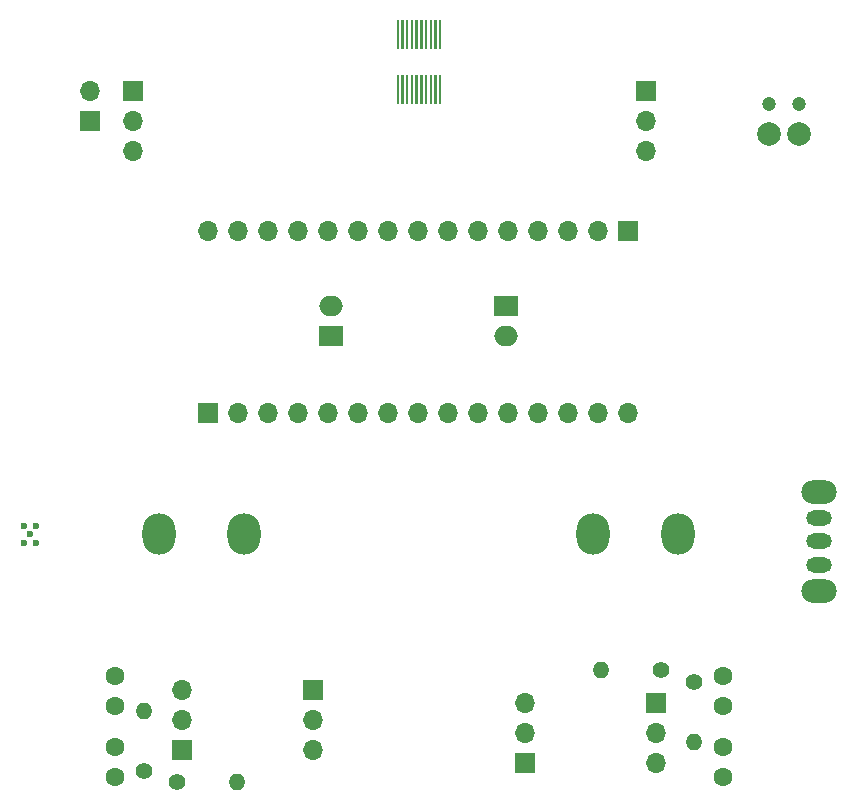
<source format=gts>
G04 #@! TF.GenerationSoftware,KiCad,Pcbnew,(5.0.0)*
G04 #@! TF.CreationDate,2019-08-04T00:31:06+09:00*
G04 #@! TF.ProjectId,MiniRoverShield,4D696E69526F766572536869656C642E,rev?*
G04 #@! TF.SameCoordinates,Original*
G04 #@! TF.FileFunction,Soldermask,Top*
G04 #@! TF.FilePolarity,Negative*
%FSLAX46Y46*%
G04 Gerber Fmt 4.6, Leading zero omitted, Abs format (unit mm)*
G04 Created by KiCad (PCBNEW (5.0.0)) date 08/04/19 00:31:06*
%MOMM*%
%LPD*%
G01*
G04 APERTURE LIST*
%ADD10C,1.600000*%
%ADD11R,1.700000X1.700000*%
%ADD12O,1.700000X1.700000*%
%ADD13O,1.400000X1.400000*%
%ADD14C,1.400000*%
%ADD15O,2.000000X1.700000*%
%ADD16R,2.000000X1.700000*%
%ADD17C,0.600000*%
%ADD18C,2.000000*%
%ADD19C,1.200000*%
%ADD20C,0.200000*%
%ADD21C,0.100000*%
%ADD22O,2.800000X3.500000*%
%ADD23O,3.000000X2.000000*%
%ADD24O,2.200000X1.300000*%
G04 APERTURE END LIST*
D10*
G04 #@! TO.C,Q4*
X103850000Y-111470000D03*
X103850000Y-108930000D03*
G04 #@! TD*
G04 #@! TO.C,D4*
X103850000Y-102930000D03*
X103850000Y-105470000D03*
G04 #@! TD*
D11*
G04 #@! TO.C,J6*
X98200000Y-105190000D03*
D12*
X98200000Y-107730000D03*
X98200000Y-110270000D03*
G04 #@! TD*
D11*
G04 #@! TO.C,J4*
X87100000Y-110270000D03*
D12*
X87100000Y-107730000D03*
X87100000Y-105190000D03*
G04 #@! TD*
D13*
G04 #@! TO.C,R10*
X101350000Y-108510000D03*
D14*
X101350000Y-103430000D03*
G04 #@! TD*
G04 #@! TO.C,R12*
X98600000Y-102430000D03*
D13*
X93520000Y-102430000D03*
G04 #@! TD*
D10*
G04 #@! TO.C,D3*
X52350000Y-108890000D03*
X52350000Y-111430000D03*
G04 #@! TD*
G04 #@! TO.C,Q3*
X52350000Y-105430000D03*
X52350000Y-102890000D03*
G04 #@! TD*
D12*
G04 #@! TO.C,J3*
X69100000Y-109170000D03*
X69100000Y-106630000D03*
D11*
X69100000Y-104090000D03*
G04 #@! TD*
D15*
G04 #@! TO.C,P5*
X70650000Y-71630000D03*
D16*
X70650000Y-74130000D03*
G04 #@! TD*
G04 #@! TO.C,P6*
X85450000Y-71630000D03*
D15*
X85450000Y-74130000D03*
G04 #@! TD*
D11*
G04 #@! TO.C,P3*
X50250000Y-55930000D03*
D12*
X50250000Y-53390000D03*
G04 #@! TD*
G04 #@! TO.C,J5*
X58000000Y-104090000D03*
X58000000Y-106630000D03*
D11*
X58000000Y-109170000D03*
G04 #@! TD*
D17*
G04 #@! TO.C,U1*
X44650000Y-91680000D03*
X45150000Y-90930000D03*
X44650000Y-90180000D03*
X45650000Y-90180000D03*
X45650000Y-91680000D03*
G04 #@! TD*
D14*
G04 #@! TO.C,R9*
X54850000Y-110930000D03*
D13*
X54850000Y-105850000D03*
G04 #@! TD*
G04 #@! TO.C,R11*
X62680000Y-111930000D03*
D14*
X57600000Y-111930000D03*
G04 #@! TD*
D18*
G04 #@! TO.C,P4*
X110250000Y-57030000D03*
X107710000Y-57030000D03*
D19*
X110250000Y-54490000D03*
X107710000Y-54490000D03*
G04 #@! TD*
D20*
G04 #@! TO.C,U2*
X79900000Y-48590000D03*
D21*
G36*
X80000000Y-47340000D02*
X80000000Y-49840000D01*
X79800000Y-49840000D01*
X79800000Y-47340000D01*
X80000000Y-47340000D01*
X80000000Y-47340000D01*
G37*
D20*
X79500000Y-48590000D03*
D21*
G36*
X79600000Y-47340000D02*
X79600000Y-49840000D01*
X79400000Y-49840000D01*
X79400000Y-47340000D01*
X79600000Y-47340000D01*
X79600000Y-47340000D01*
G37*
D20*
X79100000Y-48590000D03*
D21*
G36*
X79200000Y-47340000D02*
X79200000Y-49840000D01*
X79000000Y-49840000D01*
X79000000Y-47340000D01*
X79200000Y-47340000D01*
X79200000Y-47340000D01*
G37*
D20*
X78700000Y-48590000D03*
D21*
G36*
X78800000Y-47340000D02*
X78800000Y-49840000D01*
X78600000Y-49840000D01*
X78600000Y-47340000D01*
X78800000Y-47340000D01*
X78800000Y-47340000D01*
G37*
D20*
X78300000Y-48590000D03*
D21*
G36*
X78400000Y-47340000D02*
X78400000Y-49840000D01*
X78200000Y-49840000D01*
X78200000Y-47340000D01*
X78400000Y-47340000D01*
X78400000Y-47340000D01*
G37*
D20*
X77900000Y-48590000D03*
D21*
G36*
X78000000Y-47340000D02*
X78000000Y-49840000D01*
X77800000Y-49840000D01*
X77800000Y-47340000D01*
X78000000Y-47340000D01*
X78000000Y-47340000D01*
G37*
D20*
X77500000Y-48590000D03*
D21*
G36*
X77600000Y-47340000D02*
X77600000Y-49840000D01*
X77400000Y-49840000D01*
X77400000Y-47340000D01*
X77600000Y-47340000D01*
X77600000Y-47340000D01*
G37*
D20*
X77100000Y-48590000D03*
D21*
G36*
X77200000Y-47340000D02*
X77200000Y-49840000D01*
X77000000Y-49840000D01*
X77000000Y-47340000D01*
X77200000Y-47340000D01*
X77200000Y-47340000D01*
G37*
D20*
X76700000Y-48590000D03*
D21*
G36*
X76800000Y-47340000D02*
X76800000Y-49840000D01*
X76600000Y-49840000D01*
X76600000Y-47340000D01*
X76800000Y-47340000D01*
X76800000Y-47340000D01*
G37*
D20*
X76300000Y-48590000D03*
D21*
G36*
X76400000Y-47340000D02*
X76400000Y-49840000D01*
X76200000Y-49840000D01*
X76200000Y-47340000D01*
X76400000Y-47340000D01*
X76400000Y-47340000D01*
G37*
D20*
X76300000Y-53270000D03*
D21*
G36*
X76400000Y-52020000D02*
X76400000Y-54520000D01*
X76200000Y-54520000D01*
X76200000Y-52020000D01*
X76400000Y-52020000D01*
X76400000Y-52020000D01*
G37*
D20*
X76700000Y-53270000D03*
D21*
G36*
X76800000Y-52020000D02*
X76800000Y-54520000D01*
X76600000Y-54520000D01*
X76600000Y-52020000D01*
X76800000Y-52020000D01*
X76800000Y-52020000D01*
G37*
D20*
X77100000Y-53270000D03*
D21*
G36*
X77200000Y-52020000D02*
X77200000Y-54520000D01*
X77000000Y-54520000D01*
X77000000Y-52020000D01*
X77200000Y-52020000D01*
X77200000Y-52020000D01*
G37*
D20*
X77500000Y-53270000D03*
D21*
G36*
X77600000Y-52020000D02*
X77600000Y-54520000D01*
X77400000Y-54520000D01*
X77400000Y-52020000D01*
X77600000Y-52020000D01*
X77600000Y-52020000D01*
G37*
D20*
X77900000Y-53270000D03*
D21*
G36*
X78000000Y-52020000D02*
X78000000Y-54520000D01*
X77800000Y-54520000D01*
X77800000Y-52020000D01*
X78000000Y-52020000D01*
X78000000Y-52020000D01*
G37*
D20*
X78300000Y-53270000D03*
D21*
G36*
X78400000Y-52020000D02*
X78400000Y-54520000D01*
X78200000Y-54520000D01*
X78200000Y-52020000D01*
X78400000Y-52020000D01*
X78400000Y-52020000D01*
G37*
D20*
X78700000Y-53270000D03*
D21*
G36*
X78800000Y-52020000D02*
X78800000Y-54520000D01*
X78600000Y-54520000D01*
X78600000Y-52020000D01*
X78800000Y-52020000D01*
X78800000Y-52020000D01*
G37*
D20*
X79100000Y-53270000D03*
D21*
G36*
X79200000Y-52020000D02*
X79200000Y-54520000D01*
X79000000Y-54520000D01*
X79000000Y-52020000D01*
X79200000Y-52020000D01*
X79200000Y-52020000D01*
G37*
D20*
X79500000Y-53270000D03*
D21*
G36*
X79600000Y-52020000D02*
X79600000Y-54520000D01*
X79400000Y-54520000D01*
X79400000Y-52020000D01*
X79600000Y-52020000D01*
X79600000Y-52020000D01*
G37*
D20*
X79900000Y-53270000D03*
D21*
G36*
X80000000Y-52020000D02*
X80000000Y-54520000D01*
X79800000Y-54520000D01*
X79800000Y-52020000D01*
X80000000Y-52020000D01*
X80000000Y-52020000D01*
G37*
G04 #@! TD*
D11*
G04 #@! TO.C,P2*
X95830000Y-65240000D03*
D12*
X93290000Y-65240000D03*
X90750000Y-65240000D03*
X88210000Y-65240000D03*
X85670000Y-65240000D03*
X83130000Y-65240000D03*
X80590000Y-65240000D03*
X78050000Y-65240000D03*
X75510000Y-65240000D03*
X72970000Y-65240000D03*
X70430000Y-65240000D03*
X67890000Y-65240000D03*
X65350000Y-65240000D03*
X62810000Y-65240000D03*
X60270000Y-65240000D03*
G04 #@! TD*
D22*
G04 #@! TO.C,BT1*
X92800000Y-90930000D03*
X100050000Y-90930000D03*
X56050000Y-90930000D03*
X63300000Y-90930000D03*
G04 #@! TD*
D11*
G04 #@! TO.C,J1*
X97350000Y-53390000D03*
D12*
X97350000Y-55930000D03*
X97350000Y-58470000D03*
G04 #@! TD*
D11*
G04 #@! TO.C,J2*
X53850000Y-53390000D03*
D12*
X53850000Y-55930000D03*
X53850000Y-58470000D03*
G04 #@! TD*
G04 #@! TO.C,P1*
X95830000Y-80610000D03*
X93290000Y-80610000D03*
X90750000Y-80610000D03*
X88210000Y-80610000D03*
X85670000Y-80610000D03*
X83130000Y-80610000D03*
X80590000Y-80610000D03*
X78050000Y-80610000D03*
X75510000Y-80610000D03*
X72970000Y-80610000D03*
X70430000Y-80610000D03*
X67890000Y-80610000D03*
X65350000Y-80610000D03*
X62810000Y-80610000D03*
D11*
X60270000Y-80610000D03*
G04 #@! TD*
D23*
G04 #@! TO.C,SW1*
X111950000Y-87330000D03*
X111950000Y-95730000D03*
D24*
X111950000Y-89530000D03*
X111950000Y-91530000D03*
X111950000Y-93530000D03*
G04 #@! TD*
M02*

</source>
